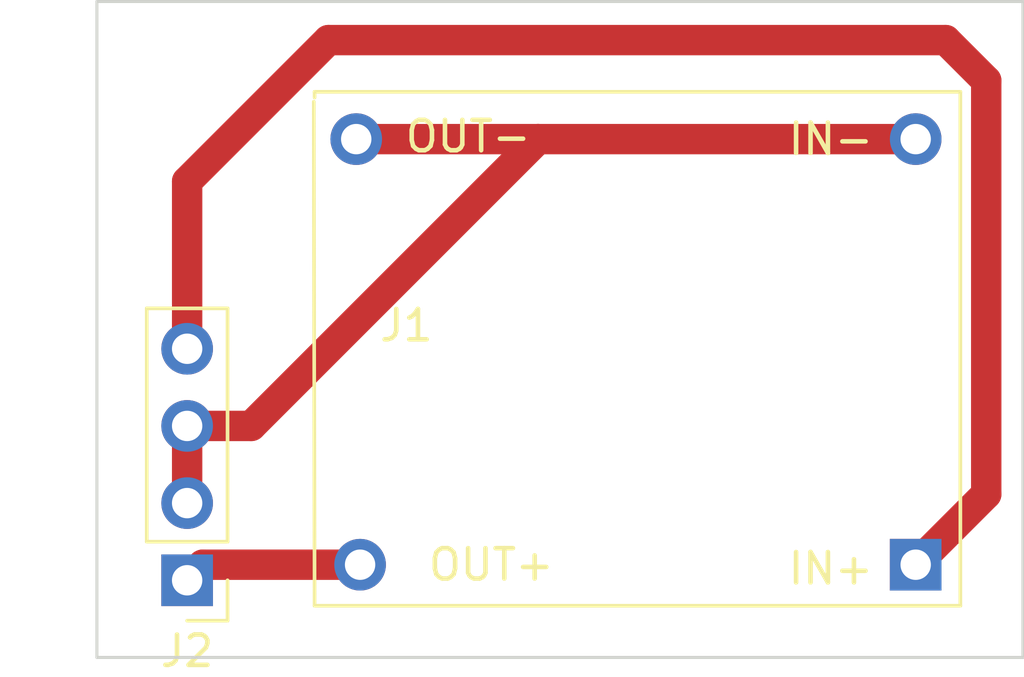
<source format=kicad_pcb>
(kicad_pcb (version 20211014) (generator pcbnew)
  (layers (0 "F.Cu" signal) (31 "B.Cu" signal) (34 "B.Paste" user) (35 "F.Paste" user) (36 "B.SilkS" user "B.Silkscreen") (37 "F.SilkS" user "F.Silkscreen") (38 "B.Mask" user) (39 "F.Mask" user) (44 "Edge.Cuts" user))
  (net 0 "")
  (net 1 "Net-(J1-Pad1)")
  (net 2 "Net-(J1-Pad2)")
  (net 3 "Net-(J1-Pad4)")
  (footprint "adaptor_power_5v:power" (layer "F.Cu") (at 23.775709 19.76894)
    (fp_text reference "J1" (at 1.651 6.135) (layer "F.SilkS"))
    (fp_text value "output_adaptor")
    (fp_text user "IN+" (at 15.621 14.136 unlocked) (layer "F.SilkS"))
    (fp_text user "OUT-" (at 3.683 -0.088 unlocked) (layer "F.SilkS"))
    (fp_text user "IN-" (at 15.621 0 unlocked) (layer "F.SilkS"))
    (fp_text user "OUT+" (at 4.445 14.009 unlocked) (layer "F.SilkS"))
    (fp_line (start -1.370516 -1.557358) (end -1.370516 -1.368695) (layer "F.SilkS") (width 0.12))
    (fp_line (start -1.397 -1.231) (end -1.370516 15.359478) (layer "F.SilkS") (width 0.12))
    (fp_line (start 19.885582 -1.557358) (end -1.370516 -1.557358) (layer "F.SilkS") (width 0.12))
    (fp_line (start -1.370516 15.359478) (end 19.885582 15.359478) (layer "F.SilkS") (width 0.12))
    (fp_line (start 19.885582 15.359478) (end 19.885582 -1.557358) (layer "F.SilkS") (width 0.12))
    (pad "1" thru_hole rect (at 18.415 14.009) (size 1.7 1.7) (drill 1) (layers *.Cu *.Mask) (net 1 "Net-(J1-Pad1)"))
    (pad "2" thru_hole oval (at 18.415 0) (size 1.7 1.7) (drill 1) (layers *.Cu *.Mask) (net 2 "Net-(J1-Pad2)"))
    (pad "3" thru_hole oval (at 0 0) (size 1.7 1.7) (drill 1) (layers *.Cu *.Mask) (net 2 "Net-(J1-Pad2)"))
    (pad "4" thru_hole oval (at 0.127 14.009) (size 1.7 1.7) (drill 1) (layers *.Cu *.Mask) (net 3 "Net-(J1-Pad4)"))
  )
  (footprint "Connector_PinHeader_2.54mm:PinHeader_1x04_P2.54mm_Vertical" (layer "F.Cu") (at 18.21 34.29 180)
    (fp_text reference "J2" (at 0 -2.33) (layer "F.SilkS"))
    (fp_text value "input_adaptor")
    (fp_line (start -1.33 1.27) (end 1.33 1.27) (layer "F.SilkS") (width 0.12))
    (fp_line (start -1.33 0) (end -1.33 -1.33) (layer "F.SilkS") (width 0.12))
    (fp_line (start -1.33 8.95) (end 1.33 8.95) (layer "F.SilkS") (width 0.12))
    (fp_line (start -1.33 1.27) (end -1.33 8.95) (layer "F.SilkS") (width 0.12))
    (fp_line (start -1.33 -1.33) (end 0 -1.33) (layer "F.SilkS") (width 0.12))
    (fp_line (start 1.33 1.27) (end 1.33 8.95) (layer "F.SilkS") (width 0.12))
    (pad "1" thru_hole rect (at 0 0 180) (size 1.7 1.7) (drill 1) (layers *.Cu *.Mask) (net 3 "Net-(J1-Pad4)"))
    (pad "2" thru_hole oval (at 0 2.54 180) (size 1.7 1.7) (drill 1) (layers *.Cu *.Mask) (net 2 "Net-(J1-Pad2)"))
    (pad "3" thru_hole oval (at 0 5.08 180) (size 1.7 1.7) (drill 1) (layers *.Cu *.Mask) (net 2 "Net-(J1-Pad2)"))
    (pad "4" thru_hole oval (at 0 7.62 180) (size 1.7 1.7) (drill 1) (layers *.Cu *.Mask) (net 1 "Net-(J1-Pad1)"))
  )
  (gr_line (start 15.24 15.24) (end 15.24 36.83) (layer "Edge.Cuts") (width 0.1))
  (gr_line (start 15.24 36.83) (end 45.72 36.83) (layer "Edge.Cuts") (width 0.1))
  (gr_line (start 16.51 15.24) (end 15.24 15.24) (layer "Edge.Cuts") (width 0.1))
  (gr_line (start 45.72 36.83) (end 45.72 15.24) (layer "Edge.Cuts") (width 0.1))
  (gr_line (start 45.72 15.24) (end 16.51 15.24) (layer "Edge.Cuts") (width 0.1))
  (segment (start 22.86 16.51) (end 18.21 21.16) (width 1) (layer "F.Cu") (net 1))
  (segment (start 18.21 21.16) (end 18.21 26.67) (width 1) (layer "F.Cu") (net 1))
  (segment (start 44.512812 31.455837) (end 44.512812 17.842812) (width 1) (layer "F.Cu") (net 1))
  (segment (start 44.512812 17.842812) (end 43.18 16.51) (width 1) (layer "F.Cu") (net 1))
  (segment (start 43.18 16.51) (end 22.86 16.51) (width 1) (layer "F.Cu") (net 1))
  (segment (start 42.190709 33.77794) (end 44.512812 31.455837) (width 1) (layer "F.Cu") (net 1))
  (segment (start 42.190709 19.76894) (end 29.76106 19.76894) (width 1) (layer "F.Cu") (net 2))
  (segment (start 20.32 29.21) (end 18.21 29.21) (width 1) (layer "F.Cu") (net 2))
  (segment (start 29.76106 19.76894) (end 20.32 29.21) (width 1) (layer "F.Cu") (net 2))
  (segment (start 18.21 29.21) (end 18.21 31.75) (width 1) (layer "F.Cu") (net 2))
  (segment (start 23.775709 19.76894) (end 29.76106 19.76894) (width 1) (layer "F.Cu") (net 2))
  (segment (start 23.902709 33.77794) (end 18.72206 33.77794) (width 1) (layer "F.Cu") (net 3))
  (segment (start 18.72206 33.77794) (end 18.21 34.29) (width 1) (layer "F.Cu") (net 3))
)
</source>
